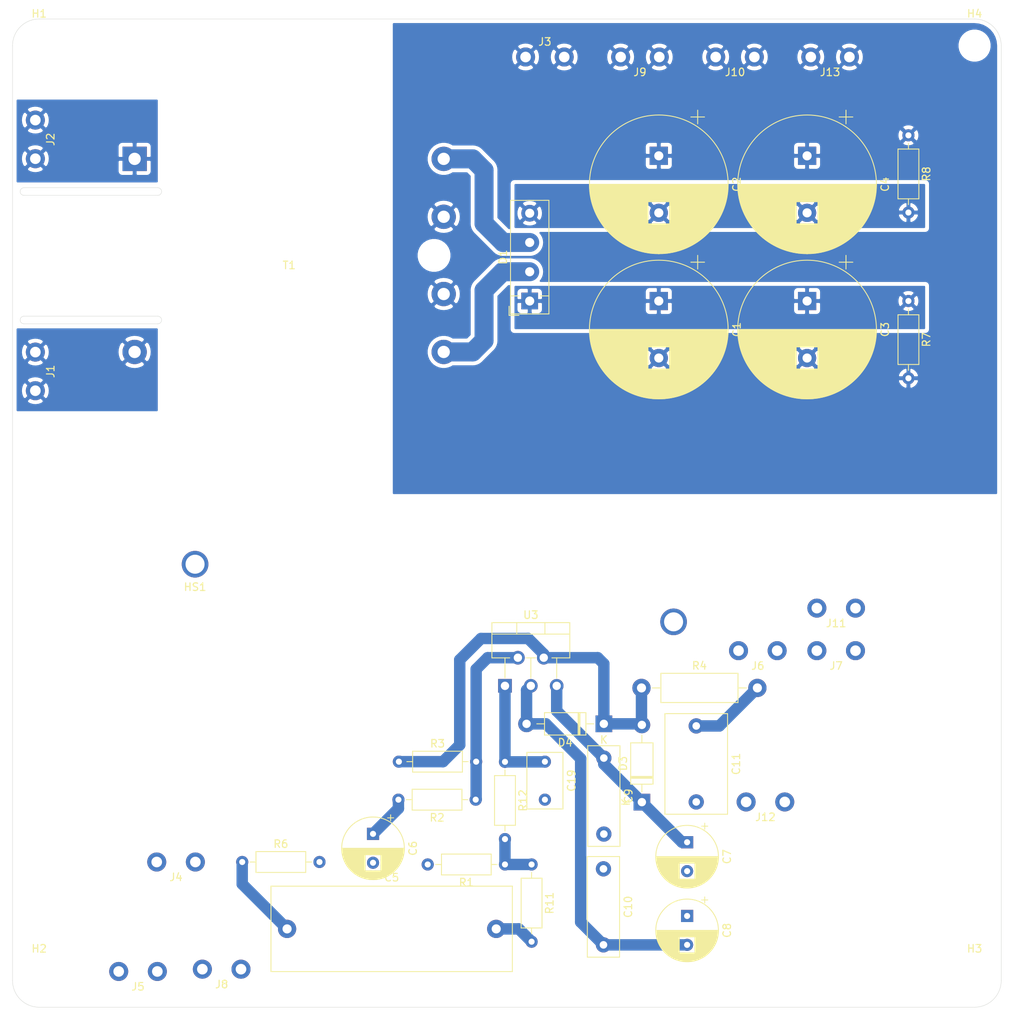
<source format=kicad_pcb>
(kicad_pcb (version 20171130) (host pcbnew 5.1.10)
  (title_block (title "Function Generator Amplifier") (company "erry Leumas"))
  (layers (0 F.Cu signal) (31 B.Cu signal) (34 B.Paste user) (35 F.Paste user) (36 B.SilkS user) (37 F.SilkS user) (38 B.Mask user) (39 F.Mask user) (44 Edge.Cuts user))
  (net 0 "")
  (net 1 GND)
  (net 2 "Net-(C5-Pad2)")
  (net 3 "Net-(C5-Pad1)")
  (net 4 "Net-(C6-Pad1)")
  (net 5 "Net-(C11-Pad1)")
  (net 6 "Net-(R2-Pad1)")
  (net 7 GNDPWR)
  (net 8 +V)
  (net 9 -V)
  (net 10 GNDS)
  (net 11 "Net-(C19-Pad1)")
  (net 12 "Net-(D1-Pad2)")
  (net 13 "Net-(D1-Pad3)")
  (net 14 "Net-(D3-Pad2)")
  (net 15 /N)
  (net 16 /L)
  (net 17 "Net-(R1-Pad1)")
  (net 18 Earth)
  (module pl_connector:TE_0.25in_spade_63824-1 (layer F.Cu) (at 157.5 30)
    (fp_text reference J13 (at 0 2) (layer F.SilkS))
    (fp_text value GNDPWR)
    (pad 1 thru_hole circle (at 2.54 0) (size 2.5 2.5) (drill 1.4) (layers *.Cu *.Mask) (net 18 Earth))
    (pad 1 thru_hole circle (at -2.54 0) (size 2.5 2.5) (drill 1.4) (layers *.Cu *.Mask) (net 18 Earth))
  )
  (module pl_connector:TE_0.25in_spade_63824-1 (layer F.Cu) (at 149 128)
    (fp_text reference J12 (at 0 2) (layer F.SilkS))
    (fp_text value GNDPWR)
    (pad 1 thru_hole circle (at 2.54 0) (size 2.5 2.5) (drill 1.4) (layers *.Cu *.Mask) (net 7 GNDPWR))
    (pad 1 thru_hole circle (at -2.54 0) (size 2.5 2.5) (drill 1.4) (layers *.Cu *.Mask) (net 7 GNDPWR))
  )
  (module pl_connector:TE_0.25in_spade_63824-1 (layer F.Cu) (at 158.3 102.5)
    (fp_text reference J11 (at 0 2) (layer F.SilkS))
    (fp_text value GND)
    (pad 1 thru_hole circle (at 2.54 0) (size 2.5 2.5) (drill 1.4) (layers *.Cu *.Mask) (net 1 GND))
    (pad 1 thru_hole circle (at -2.54 0) (size 2.5 2.5) (drill 1.4) (layers *.Cu *.Mask) (net 1 GND))
  )
  (module pl_connector:TE_0.25in_spade_63824-1 (layer F.Cu) (at 145 30)
    (fp_text reference J10 (at 0 2) (layer F.SilkS))
    (fp_text value GNDS)
    (pad 1 thru_hole circle (at 2.54 0) (size 2.5 2.5) (drill 1.4) (layers *.Cu *.Mask) (net 18 Earth))
    (pad 1 thru_hole circle (at -2.54 0) (size 2.5 2.5) (drill 1.4) (layers *.Cu *.Mask) (net 18 Earth))
  )
  (module pl_connector:TE_0.25in_spade_63824-1 (layer F.Cu) (at 132.5 30)
    (fp_text reference J9 (at 0 2) (layer F.SilkS))
    (fp_text value GND)
    (pad 1 thru_hole circle (at 2.54 0) (size 2.5 2.5) (drill 1.4) (layers *.Cu *.Mask) (net 18 Earth))
    (pad 1 thru_hole circle (at -2.54 0) (size 2.5 2.5) (drill 1.4) (layers *.Cu *.Mask) (net 18 Earth))
  )
  (module pl_connector:TE_0.25in_spade_63824-1 (layer F.Cu) (at 77.5 150)
    (fp_text reference J8 (at 0 2) (layer F.SilkS))
    (fp_text value GNDS)
    (pad 1 thru_hole circle (at 2.54 0) (size 2.5 2.5) (drill 1.4) (layers *.Cu *.Mask) (net 10 GNDS))
    (pad 1 thru_hole circle (at -2.54 0) (size 2.5 2.5) (drill 1.4) (layers *.Cu *.Mask) (net 10 GNDS))
  )
  (module pl_connector:TE_0.25in_spade_63824-1 (layer F.Cu) (at 158.3 108.1)
    (fp_text reference J7 (at 0 2) (layer F.SilkS))
    (fp_text value GND)
    (pad 1 thru_hole circle (at 2.54 0) (size 2.5 2.5) (drill 1.4) (layers *.Cu *.Mask) (net 1 GND))
    (pad 1 thru_hole circle (at -2.54 0) (size 2.5 2.5) (drill 1.4) (layers *.Cu *.Mask) (net 1 GND))
  )
  (module pl_connector:TE_0.25in_spade_63824-1 (layer F.Cu) (at 148 108.1)
    (fp_text reference J6 (at 0 2) (layer F.SilkS))
    (fp_text value OUT)
    (pad 1 thru_hole circle (at 2.54 0) (size 2.5 2.5) (drill 1.4) (layers *.Cu *.Mask) (net 14 "Net-(D3-Pad2)"))
    (pad 1 thru_hole circle (at -2.54 0) (size 2.5 2.5) (drill 1.4) (layers *.Cu *.Mask) (net 14 "Net-(D3-Pad2)"))
  )
  (module pl_connector:TE_0.25in_spade_63824-1 (layer F.Cu) (at 66.5 150.3)
    (fp_text reference J5 (at 0 2) (layer F.SilkS))
    (fp_text value GNDS)
    (pad 1 thru_hole circle (at 2.54 0) (size 2.5 2.5) (drill 1.4) (layers *.Cu *.Mask) (net 10 GNDS))
    (pad 1 thru_hole circle (at -2.54 0) (size 2.5 2.5) (drill 1.4) (layers *.Cu *.Mask) (net 10 GNDS))
  )
  (module pl_connector:TE_0.25in_spade_63824-1 (layer F.Cu) (at 71.5 135.9)
    (fp_text reference J4 (at 0 2) (layer F.SilkS))
    (fp_text value IN)
    (pad 1 thru_hole circle (at 2.54 0) (size 2.5 2.5) (drill 1.4) (layers *.Cu *.Mask) (net 3 "Net-(C5-Pad1)"))
    (pad 1 thru_hole circle (at -2.54 0) (size 2.5 2.5) (drill 1.4) (layers *.Cu *.Mask) (net 3 "Net-(C5-Pad1)"))
  )
  (module pl_connector:TE_0.25in_spade_63824-1 (layer F.Cu) (at 120 30 180)
    (fp_text reference J3 (at 0 2) (layer F.SilkS))
    (fp_text value G)
    (pad 1 thru_hole circle (at 2.54 0 180) (size 2.5 2.5) (drill 1.4) (layers *.Cu *.Mask) (net 18 Earth))
    (pad 1 thru_hole circle (at -2.54 0 180) (size 2.5 2.5) (drill 1.4) (layers *.Cu *.Mask) (net 18 Earth))
  )
  (module pl_connector:TE_0.25in_spade_63824-1 (layer F.Cu) (at 53 40.84 90)
    (fp_text reference J2 (at 0 2 90) (layer F.SilkS))
    (fp_text value N)
    (pad 1 thru_hole circle (at 2.54 0 90) (size 2.5 2.5) (drill 1.4) (layers *.Cu *.Mask) (net 15 /N))
    (pad 1 thru_hole circle (at -2.54 0 90) (size 2.5 2.5) (drill 1.4) (layers *.Cu *.Mask) (net 15 /N))
  )
  (module pl_connector:TE_0.25in_spade_63824-1 (layer F.Cu) (at 53 71.36 90)
    (fp_text reference J1 (at 0 2 90) (layer F.SilkS))
    (fp_text value L)
    (pad 1 thru_hole circle (at 2.54 0 90) (size 2.5 2.5) (drill 1.4) (layers *.Cu *.Mask) (net 16 /L))
    (pad 1 thru_hole circle (at -2.54 0 90) (size 2.5 2.5) (drill 1.4) (layers *.Cu *.Mask) (net 16 /L))
  )
  (module pl_heatsink:random_psu_heatsink (layer F.Cu) (at 74 96.725)
    (fp_text reference HS1 (at 0 3) (layer F.SilkS))
    (fp_text value Heatsink)
    (pad "" np_thru_hole circle (at 62.92 7.58) (size 3.5 3.5) (drill 2.5) (layers *.Cu *.Mask))
    (pad "" np_thru_hole circle (at 0 0) (size 3.5 3.5) (drill 2.5) (layers *.Cu *.Mask))
  )
  (module MountingHole:MountingHole_3.2mm_M3 (layer F.Cu) (at 176.5 28.5)
    (fp_text reference H4 (at 0 -4.2) (layer F.SilkS))
    (fp_text value MountingHole)
    (pad 1 np_thru_hole circle (at 0 0) (size 3.2 3.2) (drill 3.2) (layers *.Cu *.Mask))
  )
  (module MountingHole:MountingHole_3.2mm_M3 (layer F.Cu) (at 176.5 151.5)
    (fp_text reference H3 (at 0 -4.2) (layer F.SilkS))
    (fp_text value MountingHole)
    (pad 1 np_thru_hole circle (at 0 0) (size 3.2 3.2) (drill 3.2) (layers *.Cu *.Mask))
  )
  (module MountingHole:MountingHole_3.2mm_M3 (layer F.Cu) (at 53.5 151.5)
    (fp_text reference H2 (at 0 -4.2) (layer F.SilkS))
    (fp_text value MountingHole)
    (pad 1 np_thru_hole circle (at 0 0) (size 3.2 3.2) (drill 3.2) (layers *.Cu *.Mask))
  )
  (module MountingHole:MountingHole_3.2mm_M3 (layer F.Cu) (at 53.5 28.5)
    (fp_text reference H1 (at 0 -4.2) (layer F.SilkS))
    (fp_text value MountingHole)
    (pad 1 np_thru_hole circle (at 0 0) (size 3.2 3.2) (drill 3.2) (layers *.Cu *.Mask))
  )
  (module pl_Transformer:ST-6-20 (layer F.Cu) (at 86.375 56.1)
    (fp_text reference T1 (at 0 1.3) (layer F.SilkS))
    (fp_text value ST-6-20)
    (pad "" np_thru_hole circle (at 19.05 0) (size 3.3 3.3) (drill 3.3) (layers *.Cu *.Mask))
    (pad "" np_thru_hole circle (at -19.05 0) (size 3.3 3.3) (drill 3.3) (layers *.Cu *.Mask))
    (pad 8 thru_hole circle (at 20.32 -12.7) (size 3.2 3.2) (drill 1.62) (layers *.Cu *.Mask) (net 13 "Net-(D1-Pad3)"))
    (pad 7 thru_hole circle (at 20.32 -5.08) (size 3.2 3.2) (drill 1.62) (layers *.Cu *.Mask) (net 18 Earth))
    (pad 6 thru_hole circle (at 20.32 5.08) (size 3.2 3.2) (drill 1.62) (layers *.Cu *.Mask) (net 18 Earth))
    (pad 5 thru_hole circle (at 20.32 12.7) (size 3.2 3.2) (drill 1.62) (layers *.Cu *.Mask) (net 12 "Net-(D1-Pad2)"))
    (pad 4 thru_hole circle (at -20.32 12.7) (size 3.2 3.2) (drill 1.62) (layers *.Cu *.Mask) (net 16 /L))
    (pad 1 thru_hole rect (at -20.32 -12.7) (size 3.2 3.2) (drill 1.62) (layers *.Cu *.Mask) (net 15 /N))
  )
  (module Resistor_THT:R_Axial_DIN0207_L6.3mm_D2.5mm_P10.16mm_Horizontal (layer F.Cu) (at 114.75 122.725 270)
    (fp_text reference R12 (at 5.08 -2.37 90) (layer F.SilkS))
    (fp_text value 1k)
    (pad 2 thru_hole oval (at 10.16 0 270) (size 1.6 1.6) (drill 0.8) (layers *.Cu *.Mask) (net 17 "Net-(R1-Pad1)"))
    (pad 1 thru_hole circle (at 0 0 270) (size 1.6 1.6) (drill 0.8) (layers *.Cu *.Mask) (net 11 "Net-(C19-Pad1)"))
  )
  (module Resistor_THT:R_Axial_DIN0207_L6.3mm_D2.5mm_P10.16mm_Horizontal (layer F.Cu) (at 118.25 136.225 270)
    (fp_text reference R11 (at 5.08 -2.37 90) (layer F.SilkS))
    (fp_text value 1k)
    (pad 2 thru_hole oval (at 10.16 0 270) (size 1.6 1.6) (drill 0.8) (layers *.Cu *.Mask) (net 2 "Net-(C5-Pad2)"))
    (pad 1 thru_hole circle (at 0 0 270) (size 1.6 1.6) (drill 0.8) (layers *.Cu *.Mask) (net 17 "Net-(R1-Pad1)"))
  )
  (module Resistor_THT:R_Axial_DIN0207_L6.3mm_D2.5mm_P10.16mm_Horizontal (layer F.Cu) (at 167.8 40.3 270)
    (fp_text reference R8 (at 5.08 -2.37 90) (layer F.SilkS))
    (fp_text value 5k2)
    (pad 2 thru_hole oval (at 10.16 0 270) (size 1.6 1.6) (drill 0.8) (layers *.Cu *.Mask) (net 9 -V))
    (pad 1 thru_hole circle (at 0 0 270) (size 1.6 1.6) (drill 0.8) (layers *.Cu *.Mask) (net 18 Earth))
  )
  (module Resistor_THT:R_Axial_DIN0207_L6.3mm_D2.5mm_P10.16mm_Horizontal (layer F.Cu) (at 167.8 62.1 270)
    (fp_text reference R7 (at 5.08 -2.37 90) (layer F.SilkS))
    (fp_text value 5k2)
    (pad 2 thru_hole oval (at 10.16 0 270) (size 1.6 1.6) (drill 0.8) (layers *.Cu *.Mask) (net 18 Earth))
    (pad 1 thru_hole circle (at 0 0 270) (size 1.6 1.6) (drill 0.8) (layers *.Cu *.Mask) (net 8 +V))
  )
  (module Resistor_THT:R_Axial_DIN0411_L9.9mm_D3.6mm_P15.24mm_Horizontal (layer F.Cu) (at 132.7 113)
    (fp_text reference R4 (at 7.62 -2.92) (layer F.SilkS))
    (fp_text value 10R)
    (pad 2 thru_hole oval (at 15.24 0) (size 2.4 2.4) (drill 1.2) (layers *.Cu *.Mask) (net 5 "Net-(C11-Pad1)"))
    (pad 1 thru_hole circle (at 0 0) (size 2.4 2.4) (drill 1.2) (layers *.Cu *.Mask) (net 14 "Net-(D3-Pad2)"))
  )
  (module Diode_THT:Diode_Bridge_Vishay_KBPM (layer F.Cu) (at 118 62.1 90)
    (fp_text reference D1 (at 5.775 -3.5 90) (layer F.SilkS))
    (fp_text value KBP10G)
    (pad 1 thru_hole rect (at 0 0 90) (size 2.2 2.2) (drill 1.2) (layers *.Cu *.Mask) (net 8 +V))
    (pad 2 thru_hole circle (at 3.85 0 90) (size 2.2 2.2) (drill 1.2) (layers *.Cu *.Mask) (net 12 "Net-(D1-Pad2)"))
    (pad 3 thru_hole circle (at 7.7 0 90) (size 2.2 2.2) (drill 1.2) (layers *.Cu *.Mask) (net 13 "Net-(D1-Pad3)"))
    (pad 4 thru_hole circle (at 11.55 0 90) (size 2.2 2.2) (drill 1.2) (layers *.Cu *.Mask) (net 9 -V))
  )
  (module Capacitor_THT:C_Rect_L7.2mm_W4.5mm_P5.00mm_FKS2_FKP2_MKS2_MKP2 (layer F.Cu) (at 120 122.7 270)
    (fp_text reference C19 (at 2.5 -3.5 90) (layer F.SilkS))
    (fp_text value 220p)
    (pad 2 thru_hole circle (at 5 0 270) (size 1.6 1.6) (drill 0.8) (layers *.Cu *.Mask) (net 10 GNDS))
    (pad 1 thru_hole circle (at 0 0 270) (size 1.6 1.6) (drill 0.8) (layers *.Cu *.Mask) (net 11 "Net-(C19-Pad1)"))
  )
  (module Capacitor_THT:C_Rect_L13.0mm_W8.0mm_P10.00mm_FKS3_FKP3_MKS4 (layer F.Cu) (at 139.9 118 270)
    (fp_text reference C11 (at 5 -5.25 90) (layer F.SilkS))
    (fp_text value 220n)
    (pad 2 thru_hole circle (at 10 0 270) (size 2 2) (drill 1) (layers *.Cu *.Mask) (net 7 GNDPWR))
    (pad 1 thru_hole circle (at 0 0 270) (size 2 2) (drill 1) (layers *.Cu *.Mask) (net 5 "Net-(C11-Pad1)"))
  )
  (module Capacitor_THT:C_Rect_L13.0mm_W4.0mm_P10.00mm_FKS3_FKP3_MKS4 (layer F.Cu) (at 127.7 136.8 270)
    (fp_text reference C10 (at 5 -3.25 90) (layer F.SilkS))
    (fp_text value 100n)
    (pad 2 thru_hole circle (at 10 0 270) (size 2 2) (drill 1) (layers *.Cu *.Mask) (net 9 -V))
    (pad 1 thru_hole circle (at 0 0 270) (size 2 2) (drill 1) (layers *.Cu *.Mask) (net 7 GNDPWR))
  )
  (module Capacitor_THT:C_Rect_L13.0mm_W4.0mm_P10.00mm_FKS3_FKP3_MKS4 (layer F.Cu) (at 127.75 122.225 270)
    (fp_text reference C9 (at 5 -3.25 90) (layer F.SilkS))
    (fp_text value 100n)
    (pad 2 thru_hole circle (at 10 0 270) (size 2 2) (drill 1) (layers *.Cu *.Mask) (net 7 GNDPWR))
    (pad 1 thru_hole circle (at 0 0 270) (size 2 2) (drill 1) (layers *.Cu *.Mask) (net 8 +V))
  )
  (module Capacitor_THT:CP_Radial_D8.0mm_P3.80mm (layer F.Cu) (at 138.7 143 270)
    (fp_text reference C8 (at 1.9 -5.25 90) (layer F.SilkS))
    (fp_text value 100u)
    (pad 2 thru_hole circle (at 3.8 0 270) (size 1.6 1.6) (drill 0.8) (layers *.Cu *.Mask) (net 9 -V))
    (pad 1 thru_hole rect (at 0 0 270) (size 1.6 1.6) (drill 0.8) (layers *.Cu *.Mask) (net 7 GNDPWR))
  )
  (module Capacitor_THT:CP_Radial_D8.0mm_P3.80mm (layer F.Cu) (at 138.7 133.3 270)
    (fp_text reference C7 (at 1.9 -5.25 90) (layer F.SilkS))
    (fp_text value 100u)
    (pad 2 thru_hole circle (at 3.8 0 270) (size 1.6 1.6) (drill 0.8) (layers *.Cu *.Mask) (net 7 GNDPWR))
    (pad 1 thru_hole rect (at 0 0 270) (size 1.6 1.6) (drill 0.8) (layers *.Cu *.Mask) (net 8 +V))
  )
  (module Capacitor_THT:CP_Radial_D8.0mm_P3.80mm (layer F.Cu) (at 97.4 132.2 270)
    (fp_text reference C6 (at 1.9 -5.25 90) (layer F.SilkS))
    (fp_text value 220u)
    (pad 2 thru_hole circle (at 3.8 0 270) (size 1.6 1.6) (drill 0.8) (layers *.Cu *.Mask) (net 10 GNDS))
    (pad 1 thru_hole rect (at 0 0 270) (size 1.6 1.6) (drill 0.8) (layers *.Cu *.Mask) (net 4 "Net-(C6-Pad1)"))
  )
  (module Capacitor_THT:C_Rect_L31.5mm_W11.0mm_P27.50mm_MKS4 (layer F.Cu) (at 86.1 144.7)
    (fp_text reference C5 (at 13.75 -6.75) (layer F.SilkS))
    (fp_text value 2.2u)
    (pad 2 thru_hole circle (at 27.5 0) (size 2.4 2.4) (drill 1.2) (layers *.Cu *.Mask) (net 2 "Net-(C5-Pad2)"))
    (pad 1 thru_hole circle (at 0 0) (size 2.4 2.4) (drill 1.2) (layers *.Cu *.Mask) (net 3 "Net-(C5-Pad1)"))
  )
  (module Capacitor_THT:CP_Radial_D18.0mm_P7.50mm (layer F.Cu) (at 154.475 43 270)
    (fp_text reference C4 (at 3.75 -10.25 90) (layer F.SilkS))
    (fp_text value 3300uF)
    (pad 2 thru_hole circle (at 7.5 0 270) (size 2.4 2.4) (drill 1.2) (layers *.Cu *.Mask) (net 9 -V))
    (pad 1 thru_hole rect (at 0 0 270) (size 2.4 2.4) (drill 1.2) (layers *.Cu *.Mask) (net 18 Earth))
  )
  (module Capacitor_THT:CP_Radial_D18.0mm_P7.50mm (layer F.Cu) (at 154.475 62.1 270)
    (fp_text reference C3 (at 3.75 -10.25 90) (layer F.SilkS))
    (fp_text value 3300uF)
    (pad 2 thru_hole circle (at 7.5 0 270) (size 2.4 2.4) (drill 1.2) (layers *.Cu *.Mask) (net 18 Earth))
    (pad 1 thru_hole rect (at 0 0 270) (size 2.4 2.4) (drill 1.2) (layers *.Cu *.Mask) (net 8 +V))
  )
  (module Capacitor_THT:CP_Radial_D18.0mm_P7.50mm (layer F.Cu) (at 134.975 43 270)
    (fp_text reference C2 (at 3.75 -10.25 90) (layer F.SilkS))
    (fp_text value 3300uF)
    (pad 2 thru_hole circle (at 7.5 0 270) (size 2.4 2.4) (drill 1.2) (layers *.Cu *.Mask) (net 9 -V))
    (pad 1 thru_hole rect (at 0 0 270) (size 2.4 2.4) (drill 1.2) (layers *.Cu *.Mask) (net 18 Earth))
  )
  (module Capacitor_THT:CP_Radial_D18.0mm_P7.50mm (layer F.Cu) (at 134.975 62.1 270)
    (fp_text reference C1 (at 3.75 -10.25 90) (layer F.SilkS))
    (fp_text value 3300uF)
    (pad 2 thru_hole circle (at 7.5 0 270) (size 2.4 2.4) (drill 1.2) (layers *.Cu *.Mask) (net 18 Earth))
    (pad 1 thru_hole rect (at 0 0 270) (size 2.4 2.4) (drill 1.2) (layers *.Cu *.Mask) (net 8 +V))
  )
  (module Resistor_THT:R_Axial_DIN0207_L6.3mm_D2.5mm_P10.16mm_Horizontal (layer F.Cu) (at 80.2 135.9)
    (fp_text reference R6 (at 5.08 -2.37) (layer F.SilkS))
    (fp_text value 50R)
    (pad 2 thru_hole oval (at 10.16 0) (size 1.6 1.6) (drill 0.8) (layers *.Cu *.Mask) (net 10 GNDS))
    (pad 1 thru_hole circle (at 0 0) (size 1.6 1.6) (drill 0.8) (layers *.Cu *.Mask) (net 3 "Net-(C5-Pad1)"))
  )
  (module Package_TO_SOT_THT:TO-220-5_P3.4x3.7mm_StaggerOdd_Lead3.8mm_Vertical (layer F.Cu) (at 114.75 112.725)
    (fp_text reference U3 (at 3.4 -9.32) (layer F.SilkS))
    (fp_text value TDA2030)
    (pad 5 thru_hole oval (at 6.8 0) (size 1.8 1.8) (drill 1.1) (layers *.Cu *.Mask) (net 8 +V))
    (pad 4 thru_hole oval (at 5.1 -3.7) (size 1.8 1.8) (drill 1.1) (layers *.Cu *.Mask) (net 14 "Net-(D3-Pad2)"))
    (pad 3 thru_hole oval (at 3.4 0) (size 1.8 1.8) (drill 1.1) (layers *.Cu *.Mask) (net 9 -V))
    (pad 2 thru_hole oval (at 1.7 -3.7) (size 1.8 1.8) (drill 1.1) (layers *.Cu *.Mask) (net 6 "Net-(R2-Pad1)"))
    (pad 1 thru_hole rect (at 0 0) (size 1.8 1.8) (drill 1.1) (layers *.Cu *.Mask) (net 11 "Net-(C19-Pad1)"))
  )
  (module Resistor_THT:R_Axial_DIN0207_L6.3mm_D2.5mm_P10.16mm_Horizontal (layer F.Cu) (at 100.8 122.7)
    (fp_text reference R3 (at 5.08 -2.37) (layer F.SilkS))
    (fp_text value 22k)
    (pad 2 thru_hole oval (at 10.16 0) (size 1.6 1.6) (drill 0.8) (layers *.Cu *.Mask) (net 6 "Net-(R2-Pad1)"))
    (pad 1 thru_hole circle (at 0 0) (size 1.6 1.6) (drill 0.8) (layers *.Cu *.Mask) (net 14 "Net-(D3-Pad2)"))
  )
  (module Resistor_THT:R_Axial_DIN0207_L6.3mm_D2.5mm_P10.16mm_Horizontal (layer F.Cu) (at 110.9 127.7 180)
    (fp_text reference R2 (at 5.08 -2.37) (layer F.SilkS))
    (fp_text value 1k)
    (pad 2 thru_hole oval (at 10.16 0 180) (size 1.6 1.6) (drill 0.8) (layers *.Cu *.Mask) (net 4 "Net-(C6-Pad1)"))
    (pad 1 thru_hole circle (at 0 0 180) (size 1.6 1.6) (drill 0.8) (layers *.Cu *.Mask) (net 6 "Net-(R2-Pad1)"))
  )
  (module Resistor_THT:R_Axial_DIN0207_L6.3mm_D2.5mm_P10.16mm_Horizontal (layer F.Cu) (at 114.75 136.225 180)
    (fp_text reference R1 (at 5.08 -2.37) (layer F.SilkS))
    (fp_text value 21k)
    (pad 2 thru_hole oval (at 10.16 0 180) (size 1.6 1.6) (drill 0.8) (layers *.Cu *.Mask) (net 10 GNDS))
    (pad 1 thru_hole circle (at 0 0 180) (size 1.6 1.6) (drill 0.8) (layers *.Cu *.Mask) (net 17 "Net-(R1-Pad1)"))
  )
  (module Diode_THT:D_DO-41_SOD81_P10.16mm_Horizontal (layer F.Cu) (at 127.75 117.725 180)
    (fp_text reference D4 (at 5.08 -2.47) (layer F.SilkS))
    (fp_text value 1N4001)
    (fp_text user K (at 0 -2.1) (layer F.SilkS))
    (pad 2 thru_hole oval (at 10.16 0 180) (size 2.2 2.2) (drill 1.1) (layers *.Cu *.Mask) (net 9 -V))
    (pad 1 thru_hole rect (at 0 0 180) (size 2.2 2.2) (drill 1.1) (layers *.Cu *.Mask) (net 14 "Net-(D3-Pad2)"))
  )
  (module Diode_THT:D_DO-41_SOD81_P10.16mm_Horizontal (layer F.Cu) (at 132.75 128.025 90)
    (fp_text reference D3 (at 5.08 -2.47 90) (layer F.SilkS))
    (fp_text value 1N4001)
    (fp_text user K (at 0 -2.1 90) (layer F.SilkS))
    (pad 2 thru_hole oval (at 10.16 0 90) (size 2.2 2.2) (drill 1.1) (layers *.Cu *.Mask) (net 14 "Net-(D3-Pad2)"))
    (pad 1 thru_hole rect (at 0 0 90) (size 2.2 2.2) (drill 1.1) (layers *.Cu *.Mask) (net 8 +V))
  )
  (gr_arc (start 69.1 64.6) (end 69.1 65.1) (angle -180) (layer Edge.Cuts) (width 0.05))
  (gr_arc (start 51.5 64.6) (end 51.5 64.1) (angle -180) (layer Edge.Cuts) (width 0.05))
  (gr_arc (start 69.1 47.7) (end 69.1 48.2) (angle -180) (layer Edge.Cuts) (width 0.05))
  (gr_arc (start 51.5 47.7) (end 51.5 47.2) (angle -180) (layer Edge.Cuts) (width 0.05))
  (gr_line (start 69.1 64.1) (end 51.5 64.1) (layer Edge.Cuts) (width 0.05))
  (gr_line (start 51.5 65.1) (end 69.1 65.1) (layer Edge.Cuts) (width 0.05))
  (gr_line (start 69.1 48.2) (end 51.5 48.2) (layer Edge.Cuts) (width 0.05))
  (gr_line (start 51.5 47.2) (end 69.1 47.2) (layer Edge.Cuts) (width 0.05))
  (gr_arc (start 176.5 28.5) (end 180 28.5) (angle -90) (layer Edge.Cuts) (width 0.05))
  (gr_arc (start 176.5 151.5) (end 176.5 155) (angle -90) (layer Edge.Cuts) (width 0.05))
  (gr_arc (start 53.5 151.5) (end 50 151.5) (angle -90) (layer Edge.Cuts) (width 0.05))
  (gr_arc (start 53.5 28.5) (end 53.5 25) (angle -90) (layer Edge.Cuts) (width 0.05))
  (gr_line (start 50 151.5) (end 50 28.5) (layer Edge.Cuts) (width 0.05))
  (gr_line (start 176.5 155) (end 53.5 155) (layer Edge.Cuts) (width 0.05))
  (gr_line (start 180 28.5) (end 180 151.5) (layer Edge.Cuts) (width 0.05))
  (gr_line (start 53.5 25) (end 176.5 25) (layer Edge.Cuts) (width 0.05))
  (segment (start 116.565 144.7) (end 118.25 146.385) (width 1.5) (layer B.Cu) (net 2))
  (segment (start 113.6 144.7) (end 116.565 144.7) (width 1.5) (layer B.Cu) (net 2))
  (segment (start 80.2 138.8) (end 86.1 144.7) (width 1.5) (layer B.Cu) (net 3))
  (segment (start 80.2 135.9) (end 80.2 138.8) (width 1.5) (layer B.Cu) (net 3))
  (segment (start 100.74 128.86) (end 97.4 132.2) (width 1.5) (layer B.Cu) (net 4))
  (segment (start 100.74 127.7) (end 100.74 128.86) (width 1.5) (layer B.Cu) (net 4))
  (segment (start 142.94 118) (end 147.94 113) (width 1.5) (layer B.Cu) (net 5))
  (segment (start 139.9 118) (end 142.94 118) (width 1.5) (layer B.Cu) (net 5))
  (segment (start 110.96 122.7) (end 110.96 110.54) (width 1.5) (layer B.Cu) (net 6))
  (segment (start 112.475 109.025) (end 116.45 109.025) (width 1.5) (layer B.Cu) (net 6))
  (segment (start 110.96 110.54) (end 112.475 109.025) (width 1.5) (layer B.Cu) (net 6))
  (segment (start 110.96 127.64) (end 110.9 127.7) (width 1.5) (layer B.Cu) (net 6))
  (segment (start 110.96 122.7) (end 110.96 127.64) (width 1.5) (layer B.Cu) (net 6))
  (segment (start 121.55 116.025) (end 127.75 122.225) (width 1.5) (layer B.Cu) (net 8))
  (segment (start 121.55 112.725) (end 121.55 116.025) (width 1.5) (layer B.Cu) (net 8))
  (segment (start 127.75 123.025) (end 132.75 128.025) (width 1.5) (layer B.Cu) (net 8))
  (segment (start 127.75 122.225) (end 127.75 123.025) (width 1.5) (layer B.Cu) (net 8))
  (segment (start 138.025 133.3) (end 138.7 133.3) (width 1.5) (layer B.Cu) (net 8))
  (segment (start 132.75 128.025) (end 138.025 133.3) (width 1.5) (layer B.Cu) (net 8))
  (segment (start 117.59 113.285) (end 118.15 112.725) (width 1.5) (layer B.Cu) (net 9))
  (segment (start 117.59 117.725) (end 117.59 113.285) (width 1.5) (layer B.Cu) (net 9))
  (segment (start 138.7 146.8) (end 127.7 146.8) (width 1.5) (layer B.Cu) (net 9))
  (segment (start 127.7 146.8) (end 124.7 143.8) (width 1.5) (layer B.Cu) (net 9))
  (segment (start 124.7 143.8) (end 124.7 122.3) (width 1.5) (layer B.Cu) (net 9))
  (segment (start 120.125 117.725) (end 117.59 117.725) (width 1.5) (layer B.Cu) (net 9))
  (segment (start 124.7 122.3) (end 120.125 117.725) (width 1.5) (layer B.Cu) (net 9))
  (segment (start 114.75 112.725) (end 114.75 122.725) (width 1.5) (layer B.Cu) (net 11))
  (segment (start 119.975 122.725) (end 120 122.7) (width 1.5) (layer B.Cu) (net 11))
  (segment (start 114.75 122.725) (end 119.975 122.725) (width 1.5) (layer B.Cu) (net 11))
  (segment (start 110.5 68.8) (end 106.695 68.8) (width 2.5) (layer B.Cu) (net 12))
  (segment (start 112 67.3) (end 110.5 68.8) (width 2.5) (layer B.Cu) (net 12))
  (segment (start 112 60.7) (end 112 67.3) (width 2.5) (layer B.Cu) (net 12))
  (segment (start 114.45 58.25) (end 112 60.7) (width 2.5) (layer B.Cu) (net 12))
  (segment (start 118 58.25) (end 114.45 58.25) (width 2.5) (layer B.Cu) (net 12))
  (segment (start 118 54.4) (end 114.5 54.4) (width 2.5) (layer B.Cu) (net 13))
  (segment (start 114.5 54.4) (end 112 51.9) (width 2.5) (layer B.Cu) (net 13))
  (segment (start 112 51.9) (end 112 44.9) (width 2.5) (layer B.Cu) (net 13))
  (segment (start 110.5 43.4) (end 106.695 43.4) (width 2.5) (layer B.Cu) (net 13))
  (segment (start 112 44.9) (end 110.5 43.4) (width 2.5) (layer B.Cu) (net 13))
  (segment (start 126.95 109.025) (end 127.75 109.825) (width 1.5) (layer B.Cu) (net 14))
  (segment (start 119.85 109.025) (end 126.95 109.025) (width 1.5) (layer B.Cu) (net 14))
  (segment (start 127.75 109.825) (end 127.75 117.725) (width 1.5) (layer B.Cu) (net 14))
  (segment (start 119.85 109.025) (end 119.85 108.55) (width 1.5) (layer B.Cu) (net 14))
  (segment (start 119.85 108.55) (end 117.8 106.5) (width 1.5) (layer B.Cu) (net 14))
  (segment (start 117.8 106.5) (end 111.6 106.5) (width 1.5) (layer B.Cu) (net 14))
  (segment (start 111.6 106.5) (end 108.8 109.3) (width 1.5) (layer B.Cu) (net 14))
  (segment (start 108.8 109.3) (end 108.8 120.5) (width 1.5) (layer B.Cu) (net 14))
  (segment (start 106.6 122.7) (end 100.8 122.7) (width 1.5) (layer B.Cu) (net 14))
  (segment (start 108.8 120.5) (end 106.6 122.7) (width 1.5) (layer B.Cu) (net 14))
  (segment (start 132.61 117.725) (end 132.75 117.865) (width 1.5) (layer B.Cu) (net 14))
  (segment (start 127.75 117.725) (end 132.61 117.725) (width 1.5) (layer B.Cu) (net 14))
  (segment (start 132.7 117.815) (end 132.75 117.865) (width 1.5) (layer B.Cu) (net 14))
  (segment (start 132.7 113) (end 132.7 117.815) (width 1.5) (layer B.Cu) (net 14))
  (segment (start 114.75 132.885) (end 114.75 136.225) (width 1.5) (layer B.Cu) (net 17))
  (segment (start 114.75 136.225) (end 118.25 136.225) (width 1.5) (layer B.Cu) (net 17))
  (zone (net 15) (net_name /N) (layer B.Cu) (connect_pads (clearance 0.508)) (min_thickness 0.254) (fill yes (arc_segments 32) (thermal_gap 0.508) (thermal_bridge_width 0.508))
    (polygon (pts (xy 69.1 46.5) (xy 49.8 46.5) (xy 49.8 35.6) (xy 69.1 35.6)))
  )
  (zone (net 16) (net_name /L) (layer B.Cu) (connect_pads (clearance 0.508)) (min_thickness 0.254) (fill yes (arc_segments 32) (thermal_gap 0.508) (thermal_bridge_width 0.508))
    (polygon (pts (xy 69.1 76.6) (xy 49.8 76.6) (xy 49.8 65.7) (xy 69.1 65.7)))
  )
  (zone (net 9) (net_name -V) (layer B.Cu) (priority 1) (connect_pads (clearance 0.508)) (min_thickness 0.254) (fill yes (arc_segments 32) (thermal_gap 0.508) (thermal_bridge_width 0.508))
    (polygon (pts (xy 170 52.5) (xy 116 52.5) (xy 116 46.7) (xy 170 46.7)))
  )
  (zone (net 8) (net_name +V) (layer B.Cu) (priority 1) (connect_pads (clearance 0.508)) (min_thickness 0.254) (fill yes (arc_segments 32) (thermal_gap 0.508) (thermal_bridge_width 0.508))
    (polygon (pts (xy 170 65.8) (xy 116 65.8) (xy 116 60.1) (xy 170 60.1)))
  )
  (zone (net 18) (net_name Earth) (layer B.Cu) (connect_pads (clearance 0.508)) (min_thickness 0.254) (fill yes (arc_segments 32) (thermal_gap 0.508) (thermal_bridge_width 0.508))
    (polygon (pts (xy 183 87.5) (xy 100 87.5) (xy 100 22.5) (xy 183 22.5)))
  )
)
</source>
